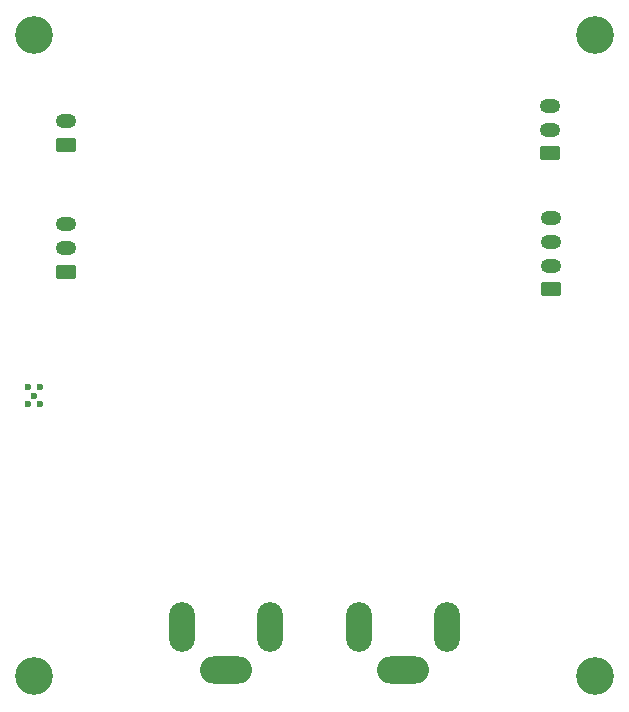
<source format=gbr>
%TF.GenerationSoftware,KiCad,Pcbnew,9.0.7*%
%TF.CreationDate,2026-02-10T21:29:49-05:00*%
%TF.ProjectId,dac,6461632e-6b69-4636-9164-5f7063625858,rev?*%
%TF.SameCoordinates,Original*%
%TF.FileFunction,Soldermask,Bot*%
%TF.FilePolarity,Negative*%
%FSLAX46Y46*%
G04 Gerber Fmt 4.6, Leading zero omitted, Abs format (unit mm)*
G04 Created by KiCad (PCBNEW 9.0.7) date 2026-02-10 21:29:49*
%MOMM*%
%LPD*%
G01*
G04 APERTURE LIST*
G04 Aperture macros list*
%AMRoundRect*
0 Rectangle with rounded corners*
0 $1 Rounding radius*
0 $2 $3 $4 $5 $6 $7 $8 $9 X,Y pos of 4 corners*
0 Add a 4 corners polygon primitive as box body*
4,1,4,$2,$3,$4,$5,$6,$7,$8,$9,$2,$3,0*
0 Add four circle primitives for the rounded corners*
1,1,$1+$1,$2,$3*
1,1,$1+$1,$4,$5*
1,1,$1+$1,$6,$7*
1,1,$1+$1,$8,$9*
0 Add four rect primitives between the rounded corners*
20,1,$1+$1,$2,$3,$4,$5,0*
20,1,$1+$1,$4,$5,$6,$7,0*
20,1,$1+$1,$6,$7,$8,$9,0*
20,1,$1+$1,$8,$9,$2,$3,0*%
G04 Aperture macros list end*
%ADD10C,3.200000*%
%ADD11O,1.750000X1.200000*%
%ADD12RoundRect,0.250000X0.625000X-0.350000X0.625000X0.350000X-0.625000X0.350000X-0.625000X-0.350000X0*%
%ADD13C,0.600000*%
%ADD14O,4.404000X2.304000*%
%ADD15O,2.204000X4.204000*%
G04 APERTURE END LIST*
D10*
%TO.C,H1*%
X106000000Y-78250000D03*
%TD*%
%TO.C,H2*%
X153500000Y-78250000D03*
%TD*%
%TO.C,H3*%
X153500000Y-132500000D03*
%TD*%
%TO.C,H4*%
X106000000Y-132500000D03*
%TD*%
D11*
%TO.C,J3*%
X108700000Y-94250000D03*
X108700000Y-96250000D03*
D12*
X108700000Y-98250000D03*
%TD*%
%TO.C,J4*%
X108700000Y-87500000D03*
D11*
X108700000Y-85500000D03*
%TD*%
D12*
%TO.C,J2*%
X149750000Y-99750000D03*
D11*
X149750000Y-97750000D03*
X149750000Y-95750000D03*
X149750000Y-93750000D03*
%TD*%
D12*
%TO.C,J1*%
X149700000Y-88250000D03*
D11*
X149700000Y-86250000D03*
X149700000Y-84250000D03*
%TD*%
D13*
%TO.C,U5*%
X105525000Y-107990000D03*
X105525000Y-109490000D03*
X106025000Y-108740000D03*
X106525000Y-107990000D03*
X106525000Y-109490000D03*
%TD*%
D14*
%TO.C,J5*%
X122250000Y-132000000D03*
X137250000Y-132000000D03*
D15*
X118500000Y-128300000D03*
X133500000Y-128300000D03*
X126000000Y-128300000D03*
X141000000Y-128300000D03*
%TD*%
M02*

</source>
